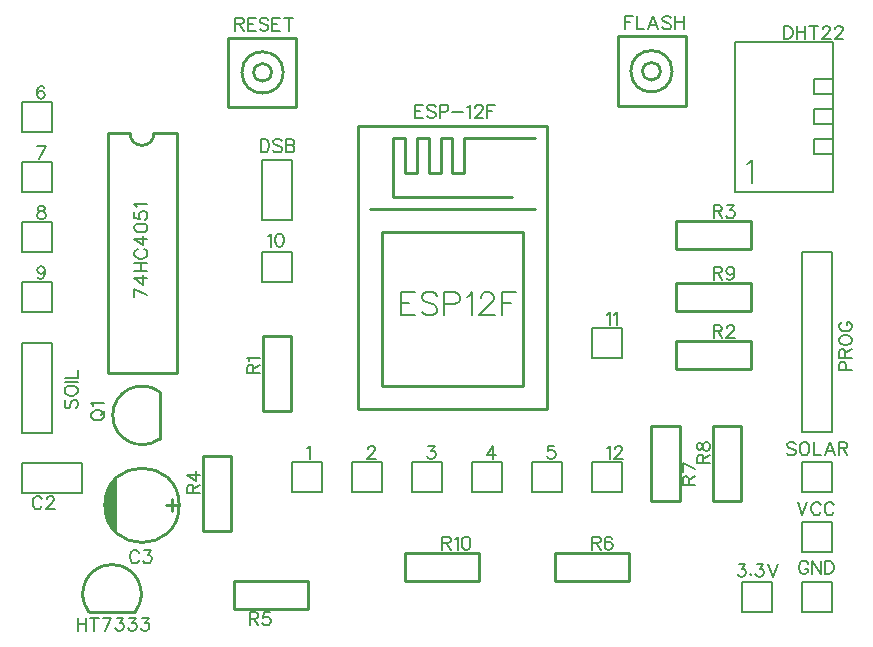
<source format=gto>
G04 Layer: TopSilkLayer*
G04 EasyEDA v6.2.46, 2019-12-13T21:01:04+01:00*
G04 3005faa94037452eb19f5b3c810bd7e0,39ff71f2194a49368f8d12cd3c9184f8,10*
G04 Gerber Generator version 0.2*
G04 Scale: 100 percent, Rotated: No, Reflected: No *
G04 Dimensions in inches *
G04 leading zeros omitted , absolute positions ,2 integer and 4 decimal *
%FSLAX24Y24*%
%MOIN*%
G90*
G70D02*

%ADD10C,0.010000*%
%ADD28C,0.008000*%
%ADD29C,0.007992*%
%ADD30C,0.007900*%
%ADD31C,0.006000*%

%LPD*%
G54D28*
G01X11000Y5000D02*
G01X10000Y5000D01*
G01X10000Y6000D01*
G01X11000Y6000D01*
G01X11000Y5250D01*
G54D29*
G01X11000Y5000D02*
G01X11000Y5250D01*
G54D28*
G01X13000Y5000D02*
G01X12000Y5000D01*
G01X12000Y6000D01*
G01X13000Y6000D01*
G01X13000Y5250D01*
G54D29*
G01X13000Y5000D02*
G01X13000Y5250D01*
G54D28*
G01X15000Y5000D02*
G01X14000Y5000D01*
G01X14000Y6000D01*
G01X15000Y6000D01*
G01X15000Y5250D01*
G54D29*
G01X15000Y5000D02*
G01X15000Y5250D01*
G54D28*
G01X17000Y5000D02*
G01X16000Y5000D01*
G01X16000Y6000D01*
G01X17000Y6000D01*
G01X17000Y5250D01*
G54D29*
G01X17000Y5000D02*
G01X17000Y5250D01*
G54D28*
G01X19000Y5000D02*
G01X18000Y5000D01*
G01X18000Y6000D01*
G01X19000Y6000D01*
G01X19000Y5250D01*
G54D29*
G01X19000Y5000D02*
G01X19000Y5250D01*
G54D28*
G01X2000Y17000D02*
G01X1000Y17000D01*
G01X1000Y18000D01*
G01X2000Y18000D01*
G01X2000Y17250D01*
G54D29*
G01X2000Y17000D02*
G01X2000Y17250D01*
G54D28*
G01X2000Y15000D02*
G01X1000Y15000D01*
G01X1000Y16000D01*
G01X2000Y16000D01*
G01X2000Y15250D01*
G54D29*
G01X2000Y15000D02*
G01X2000Y15250D01*
G54D28*
G01X2000Y13000D02*
G01X1000Y13000D01*
G01X1000Y14000D01*
G01X2000Y14000D01*
G01X2000Y13250D01*
G54D29*
G01X2000Y13000D02*
G01X2000Y13250D01*
G54D28*
G01X2000Y11000D02*
G01X1000Y11000D01*
G01X1000Y12000D01*
G01X2000Y12000D01*
G01X2000Y11250D01*
G54D29*
G01X2000Y11000D02*
G01X2000Y11250D01*
G54D28*
G01X10000Y12000D02*
G01X9000Y12000D01*
G01X9000Y13000D01*
G01X10000Y13000D01*
G01X10000Y12250D01*
G54D29*
G01X10000Y12000D02*
G01X10000Y12250D01*
G54D28*
G01X21000Y9450D02*
G01X20000Y9450D01*
G01X20000Y10450D01*
G01X21000Y10450D01*
G01X21000Y9700D01*
G54D29*
G01X21000Y9450D02*
G01X21000Y9700D01*
G54D28*
G01X21000Y5000D02*
G01X20000Y5000D01*
G01X20000Y6000D01*
G01X21000Y6000D01*
G01X21000Y5250D01*
G54D29*
G01X21000Y5000D02*
G01X21000Y5250D01*
G54D28*
G01X2000Y9200D02*
G01X2000Y9950D01*
G01X1000Y9950D01*
G01X1000Y6950D01*
G01X2000Y6950D01*
G54D29*
G01X2000Y6950D02*
G01X2000Y9200D01*
G54D10*
G01X6200Y4550D02*
G01X5800Y4550D01*
G01X6000Y4350D02*
G01X6000Y4750D01*
G01X22810Y9080D02*
G01X22810Y10019D01*
G01X22810Y10019D02*
G01X25289Y10019D01*
G01X25289Y10019D02*
G01X25289Y9080D01*
G01X25289Y9080D02*
G01X22810Y9080D01*
G01X7969Y3709D02*
G01X7030Y3709D01*
G01X7030Y3709D02*
G01X7030Y6190D01*
G01X7030Y6190D02*
G01X7969Y6190D01*
G01X7969Y6190D02*
G01X7969Y3709D01*
G01X10539Y2019D02*
G01X10539Y1080D01*
G01X10539Y1080D02*
G01X8060Y1080D01*
G01X8060Y1080D02*
G01X8060Y2019D01*
G01X8060Y2019D02*
G01X10539Y2019D01*
G01X21980Y7190D02*
G01X22919Y7190D01*
G01X22919Y7190D02*
G01X22919Y4709D01*
G01X22919Y4709D02*
G01X21980Y4709D01*
G01X21980Y4709D02*
G01X21980Y7190D01*
G01X24969Y4709D02*
G01X24030Y4709D01*
G01X24030Y4709D02*
G01X24030Y7190D01*
G01X24030Y7190D02*
G01X24969Y7190D01*
G01X24969Y7190D02*
G01X24969Y4709D01*
G01X9969Y7709D02*
G01X9030Y7709D01*
G01X9030Y7709D02*
G01X9030Y10190D01*
G01X9030Y10190D02*
G01X9969Y10190D01*
G01X9969Y10190D02*
G01X9969Y7709D01*
G01X13760Y2030D02*
G01X13760Y2969D01*
G01X13760Y2969D02*
G01X16239Y2969D01*
G01X16239Y2969D02*
G01X16239Y2030D01*
G01X16239Y2030D02*
G01X13760Y2030D01*
G01X22810Y11030D02*
G01X22810Y11969D01*
G01X22810Y11969D02*
G01X25289Y11969D01*
G01X25289Y11969D02*
G01X25289Y11030D01*
G01X25289Y11030D02*
G01X22810Y11030D01*
G54D28*
G01X28000Y5000D02*
G01X27000Y5000D01*
G01X27000Y6000D01*
G01X28000Y6000D01*
G01X28000Y5250D01*
G54D29*
G01X28000Y5000D02*
G01X28000Y5250D01*
G54D28*
G01X28000Y3000D02*
G01X27000Y3000D01*
G01X27000Y4000D01*
G01X28000Y4000D01*
G01X28000Y3250D01*
G54D29*
G01X28000Y3000D02*
G01X28000Y3250D01*
G54D28*
G01X28000Y1000D02*
G01X27000Y1000D01*
G01X27000Y2000D01*
G01X28000Y2000D01*
G01X28000Y1250D01*
G54D29*
G01X28000Y1000D02*
G01X28000Y1250D01*
G54D10*
G01X20857Y20181D02*
G01X20857Y17859D01*
G01X23140Y17859D01*
G01X23140Y20181D01*
G01X20857Y20181D01*
G01X10142Y17818D02*
G01X10142Y20140D01*
G01X7859Y20140D01*
G01X7859Y17818D01*
G01X10142Y17818D01*
G01X12200Y17197D02*
G01X18499Y17197D01*
G01X18499Y7748D01*
G01X12200Y7748D01*
G01X12200Y17197D01*
G01X12987Y13654D02*
G01X12987Y8536D01*
G01X17711Y8536D01*
G01X17711Y13654D01*
G01X12987Y13654D01*
G01X17317Y14835D02*
G01X13380Y14835D01*
G01X13380Y16804D01*
G01X13774Y16804D01*
G01X13774Y15623D01*
G01X14168Y15623D01*
G01X14168Y16804D01*
G01X14561Y16804D01*
G01X14561Y15623D01*
G01X14955Y15623D01*
G01X14955Y16804D01*
G01X15349Y16804D01*
G01X15349Y15623D01*
G01X15743Y15623D01*
G01X15743Y16804D01*
G01X18105Y16804D01*
G01X12593Y14442D02*
G01X18105Y14442D01*
G01X18498Y17197D02*
G01X12199Y17197D01*
G01X12199Y7749D01*
G01X18498Y7749D02*
G01X18498Y17197D01*
G01X12199Y7749D02*
G01X18498Y7749D01*
G54D28*
G01X9000Y16050D02*
G01X10000Y16050D01*
G01X10000Y14050D01*
G01X9000Y14050D01*
G01X9000Y14800D01*
G54D29*
G01X9000Y16050D02*
G01X9000Y14800D01*
G54D10*
G01X4779Y1009D02*
G01X3220Y1009D01*
G54D28*
G01X28025Y20000D02*
G01X24775Y20000D01*
G01X24775Y15000D01*
G01X28025Y15000D01*
G01X28025Y15000D02*
G01X28025Y19967D01*
G01X28025Y16750D02*
G01X27397Y16750D01*
G01X27397Y16250D01*
G01X28025Y16250D01*
G01X28025Y17750D02*
G01X27397Y17750D01*
G01X27397Y17250D01*
G01X28025Y17250D01*
G01X28025Y18750D02*
G01X27397Y18750D01*
G01X27397Y18250D01*
G01X28025Y18250D01*
G54D10*
G01X6150Y8950D02*
G01X6150Y16950D01*
G01X3850Y16950D02*
G01X3850Y8950D01*
G01X6150Y8950D02*
G01X3850Y8950D01*
G01X6150Y16950D02*
G01X5400Y16950D01*
G01X3850Y16950D02*
G01X4600Y16950D01*
G54D28*
G01X28000Y12250D02*
G01X28000Y13000D01*
G01X27000Y13000D01*
G01X27000Y7000D01*
G01X28000Y7000D01*
G54D29*
G01X28000Y7000D02*
G01X28000Y12250D01*
G54D30*
G01X1001Y4951D02*
G01X3001Y4951D01*
G01X3001Y5951D01*
G01X1001Y5951D01*
G01X1001Y4951D01*
G54D10*
G01X5590Y8329D02*
G01X5590Y6770D01*
G54D28*
G01X26000Y1000D02*
G01X25000Y1000D01*
G01X25000Y2000D01*
G01X26000Y2000D01*
G01X26000Y1250D01*
G54D29*
G01X26000Y1000D02*
G01X26000Y1250D01*
G54D10*
G01X18760Y2030D02*
G01X18760Y2969D01*
G01X18760Y2969D02*
G01X21239Y2969D01*
G01X21239Y2969D02*
G01X21239Y2030D01*
G01X21239Y2030D02*
G01X18760Y2030D01*
G01X22810Y13080D02*
G01X22810Y14019D01*
G01X22810Y14019D02*
G01X25289Y14019D01*
G01X25289Y14019D02*
G01X25289Y13080D01*
G01X25289Y13080D02*
G01X22810Y13080D01*
G54D31*
G01X10500Y6448D02*
G01X10540Y6467D01*
G01X10602Y6528D01*
G01X10602Y6100D01*
G01X12519Y6426D02*
G01X12519Y6448D01*
G01X12540Y6488D01*
G01X12560Y6509D01*
G01X12602Y6528D01*
G01X12684Y6528D01*
G01X12725Y6509D01*
G01X12744Y6488D01*
G01X12765Y6448D01*
G01X12765Y6407D01*
G01X12744Y6365D01*
G01X12705Y6303D01*
G01X12500Y6100D01*
G01X12785Y6100D01*
G01X14540Y6528D02*
G01X14765Y6528D01*
G01X14643Y6365D01*
G01X14705Y6365D01*
G01X14744Y6344D01*
G01X14765Y6325D01*
G01X14785Y6263D01*
G01X14785Y6223D01*
G01X14765Y6161D01*
G01X14725Y6119D01*
G01X14664Y6100D01*
G01X14602Y6100D01*
G01X14540Y6119D01*
G01X14519Y6140D01*
G01X14500Y6182D01*
G01X16705Y6528D02*
G01X16500Y6242D01*
G01X16806Y6242D01*
G01X16705Y6528D02*
G01X16705Y6100D01*
G01X18744Y6528D02*
G01X18540Y6528D01*
G01X18519Y6344D01*
G01X18540Y6365D01*
G01X18602Y6386D01*
G01X18664Y6386D01*
G01X18725Y6365D01*
G01X18765Y6325D01*
G01X18785Y6263D01*
G01X18785Y6223D01*
G01X18765Y6161D01*
G01X18725Y6119D01*
G01X18664Y6100D01*
G01X18602Y6100D01*
G01X18540Y6119D01*
G01X18519Y6140D01*
G01X18500Y6182D01*
G01X1744Y18467D02*
G01X1725Y18509D01*
G01X1663Y18528D01*
G01X1623Y18528D01*
G01X1561Y18509D01*
G01X1519Y18448D01*
G01X1500Y18344D01*
G01X1500Y18242D01*
G01X1519Y18161D01*
G01X1561Y18119D01*
G01X1623Y18100D01*
G01X1642Y18100D01*
G01X1705Y18119D01*
G01X1744Y18161D01*
G01X1765Y18223D01*
G01X1765Y18242D01*
G01X1744Y18303D01*
G01X1705Y18344D01*
G01X1642Y18365D01*
G01X1623Y18365D01*
G01X1561Y18344D01*
G01X1519Y18303D01*
G01X1500Y18242D01*
G01X1786Y16528D02*
G01X1582Y16100D01*
G01X1500Y16528D02*
G01X1786Y16528D01*
G01X1601Y14528D02*
G01X1540Y14509D01*
G01X1519Y14467D01*
G01X1519Y14426D01*
G01X1540Y14386D01*
G01X1582Y14365D01*
G01X1663Y14344D01*
G01X1725Y14325D01*
G01X1765Y14284D01*
G01X1786Y14242D01*
G01X1786Y14182D01*
G01X1765Y14140D01*
G01X1744Y14119D01*
G01X1684Y14100D01*
G01X1601Y14100D01*
G01X1540Y14119D01*
G01X1519Y14140D01*
G01X1500Y14182D01*
G01X1500Y14242D01*
G01X1519Y14284D01*
G01X1561Y14325D01*
G01X1623Y14344D01*
G01X1705Y14365D01*
G01X1744Y14386D01*
G01X1765Y14426D01*
G01X1765Y14467D01*
G01X1744Y14509D01*
G01X1684Y14528D01*
G01X1601Y14528D01*
G01X1765Y12386D02*
G01X1744Y12325D01*
G01X1705Y12284D01*
G01X1642Y12263D01*
G01X1623Y12263D01*
G01X1561Y12284D01*
G01X1519Y12325D01*
G01X1500Y12386D01*
G01X1500Y12407D01*
G01X1519Y12467D01*
G01X1561Y12509D01*
G01X1623Y12528D01*
G01X1642Y12528D01*
G01X1705Y12509D01*
G01X1744Y12467D01*
G01X1765Y12386D01*
G01X1765Y12284D01*
G01X1744Y12182D01*
G01X1705Y12119D01*
G01X1642Y12100D01*
G01X1601Y12100D01*
G01X1540Y12119D01*
G01X1519Y12161D01*
G01X9200Y13519D02*
G01X9240Y13538D01*
G01X9302Y13600D01*
G01X9302Y13171D01*
G01X9560Y13600D02*
G01X9498Y13580D01*
G01X9457Y13519D01*
G01X9436Y13415D01*
G01X9436Y13355D01*
G01X9457Y13253D01*
G01X9498Y13190D01*
G01X9560Y13171D01*
G01X9601Y13171D01*
G01X9661Y13190D01*
G01X9702Y13253D01*
G01X9723Y13355D01*
G01X9723Y13415D01*
G01X9702Y13519D01*
G01X9661Y13580D01*
G01X9601Y13600D01*
G01X9560Y13600D01*
G01X20500Y10898D02*
G01X20540Y10917D01*
G01X20602Y10978D01*
G01X20602Y10550D01*
G01X20736Y10898D02*
G01X20777Y10917D01*
G01X20839Y10978D01*
G01X20839Y10550D01*
G01X20500Y6448D02*
G01X20540Y6467D01*
G01X20602Y6528D01*
G01X20602Y6100D01*
G01X20757Y6426D02*
G01X20757Y6448D01*
G01X20777Y6488D01*
G01X20798Y6509D01*
G01X20839Y6528D01*
G01X20921Y6528D01*
G01X20961Y6509D01*
G01X20982Y6488D01*
G01X21002Y6448D01*
G01X21002Y6407D01*
G01X20982Y6365D01*
G01X20942Y6303D01*
G01X20736Y6100D01*
G01X21023Y6100D01*
G01X2482Y8072D02*
G01X2440Y8031D01*
G01X2421Y7970D01*
G01X2421Y7888D01*
G01X2440Y7827D01*
G01X2482Y7786D01*
G01X2523Y7786D01*
G01X2563Y7806D01*
G01X2584Y7827D01*
G01X2605Y7868D01*
G01X2646Y7991D01*
G01X2665Y8031D01*
G01X2686Y8052D01*
G01X2726Y8072D01*
G01X2788Y8072D01*
G01X2830Y8031D01*
G01X2850Y7970D01*
G01X2850Y7888D01*
G01X2830Y7827D01*
G01X2788Y7786D01*
G01X2421Y8330D02*
G01X2440Y8289D01*
G01X2482Y8248D01*
G01X2523Y8228D01*
G01X2584Y8207D01*
G01X2686Y8207D01*
G01X2748Y8228D01*
G01X2788Y8248D01*
G01X2830Y8289D01*
G01X2850Y8330D01*
G01X2850Y8412D01*
G01X2830Y8453D01*
G01X2788Y8494D01*
G01X2748Y8514D01*
G01X2686Y8535D01*
G01X2584Y8535D01*
G01X2523Y8514D01*
G01X2482Y8494D01*
G01X2440Y8453D01*
G01X2421Y8412D01*
G01X2421Y8330D01*
G01X2421Y8670D02*
G01X2850Y8670D01*
G01X2421Y8805D02*
G01X2850Y8805D01*
G01X2850Y8805D02*
G01X2850Y9050D01*
G01X4906Y2948D02*
G01X4885Y2989D01*
G01X4844Y3030D01*
G01X4805Y3050D01*
G01X4722Y3050D01*
G01X4681Y3030D01*
G01X4640Y2989D01*
G01X4619Y2948D01*
G01X4600Y2887D01*
G01X4600Y2785D01*
G01X4619Y2723D01*
G01X4640Y2682D01*
G01X4681Y2641D01*
G01X4722Y2621D01*
G01X4805Y2621D01*
G01X4844Y2641D01*
G01X4885Y2682D01*
G01X4906Y2723D01*
G01X5082Y3050D02*
G01X5307Y3050D01*
G01X5185Y2887D01*
G01X5246Y2887D01*
G01X5286Y2866D01*
G01X5307Y2846D01*
G01X5327Y2785D01*
G01X5327Y2744D01*
G01X5307Y2682D01*
G01X5267Y2641D01*
G01X5205Y2621D01*
G01X5143Y2621D01*
G01X5082Y2641D01*
G01X5061Y2662D01*
G01X5042Y2703D01*
G01X24050Y10548D02*
G01X24050Y10119D01*
G01X24050Y10548D02*
G01X24234Y10548D01*
G01X24294Y10528D01*
G01X24315Y10509D01*
G01X24335Y10467D01*
G01X24335Y10426D01*
G01X24315Y10386D01*
G01X24294Y10365D01*
G01X24234Y10344D01*
G01X24050Y10344D01*
G01X24193Y10344D02*
G01X24335Y10119D01*
G01X24492Y10446D02*
G01X24492Y10467D01*
G01X24511Y10509D01*
G01X24532Y10528D01*
G01X24573Y10548D01*
G01X24655Y10548D01*
G01X24696Y10528D01*
G01X24717Y10509D01*
G01X24736Y10467D01*
G01X24736Y10426D01*
G01X24717Y10386D01*
G01X24676Y10323D01*
G01X24471Y10119D01*
G01X24757Y10119D01*
G01X6501Y4950D02*
G01X6930Y4950D01*
G01X6501Y4950D02*
G01X6501Y5134D01*
G01X6521Y5194D01*
G01X6540Y5215D01*
G01X6581Y5236D01*
G01X6622Y5236D01*
G01X6664Y5215D01*
G01X6685Y5194D01*
G01X6705Y5134D01*
G01X6705Y4950D01*
G01X6705Y5092D02*
G01X6930Y5236D01*
G01X6501Y5576D02*
G01X6786Y5371D01*
G01X6786Y5678D01*
G01X6501Y5576D02*
G01X6930Y5576D01*
G01X8591Y980D02*
G01X8591Y551D01*
G01X8591Y980D02*
G01X8775Y980D01*
G01X8836Y960D01*
G01X8857Y940D01*
G01X8877Y899D01*
G01X8877Y858D01*
G01X8857Y817D01*
G01X8836Y796D01*
G01X8775Y776D01*
G01X8591Y776D01*
G01X8734Y776D02*
G01X8877Y551D01*
G01X9258Y980D02*
G01X9053Y980D01*
G01X9033Y796D01*
G01X9053Y817D01*
G01X9115Y837D01*
G01X9176Y837D01*
G01X9237Y817D01*
G01X9278Y776D01*
G01X9299Y715D01*
G01X9299Y674D01*
G01X9278Y612D01*
G01X9237Y571D01*
G01X9176Y551D01*
G01X9115Y551D01*
G01X9053Y571D01*
G01X9033Y592D01*
G01X9012Y633D01*
G01X23019Y5241D02*
G01X23448Y5241D01*
G01X23019Y5241D02*
G01X23019Y5425D01*
G01X23039Y5486D01*
G01X23059Y5507D01*
G01X23100Y5527D01*
G01X23141Y5527D01*
G01X23182Y5507D01*
G01X23203Y5486D01*
G01X23223Y5425D01*
G01X23223Y5241D01*
G01X23223Y5384D02*
G01X23448Y5527D01*
G01X23019Y5949D02*
G01X23448Y5744D01*
G01X23019Y5662D02*
G01X23019Y5949D01*
G01X23501Y5950D02*
G01X23930Y5950D01*
G01X23501Y5950D02*
G01X23501Y6134D01*
G01X23521Y6194D01*
G01X23540Y6215D01*
G01X23581Y6236D01*
G01X23622Y6236D01*
G01X23664Y6215D01*
G01X23685Y6194D01*
G01X23705Y6134D01*
G01X23705Y5950D01*
G01X23705Y6092D02*
G01X23930Y6236D01*
G01X23501Y6473D02*
G01X23521Y6411D01*
G01X23561Y6392D01*
G01X23602Y6392D01*
G01X23643Y6411D01*
G01X23664Y6453D01*
G01X23685Y6534D01*
G01X23705Y6596D01*
G01X23746Y6636D01*
G01X23786Y6657D01*
G01X23847Y6657D01*
G01X23889Y6636D01*
G01X23910Y6617D01*
G01X23930Y6555D01*
G01X23930Y6473D01*
G01X23910Y6411D01*
G01X23889Y6392D01*
G01X23847Y6371D01*
G01X23786Y6371D01*
G01X23746Y6392D01*
G01X23705Y6432D01*
G01X23685Y6494D01*
G01X23664Y6576D01*
G01X23643Y6617D01*
G01X23602Y6636D01*
G01X23561Y6636D01*
G01X23521Y6617D01*
G01X23501Y6555D01*
G01X23501Y6473D01*
G01X8501Y8950D02*
G01X8930Y8950D01*
G01X8501Y8950D02*
G01X8501Y9134D01*
G01X8521Y9194D01*
G01X8540Y9215D01*
G01X8581Y9236D01*
G01X8622Y9236D01*
G01X8664Y9215D01*
G01X8685Y9194D01*
G01X8705Y9134D01*
G01X8705Y8950D01*
G01X8705Y9092D02*
G01X8930Y9236D01*
G01X8581Y9371D02*
G01X8561Y9411D01*
G01X8501Y9473D01*
G01X8930Y9473D01*
G01X15000Y3498D02*
G01X15000Y3069D01*
G01X15000Y3498D02*
G01X15184Y3498D01*
G01X15244Y3478D01*
G01X15265Y3459D01*
G01X15285Y3417D01*
G01X15285Y3376D01*
G01X15265Y3336D01*
G01X15244Y3315D01*
G01X15184Y3294D01*
G01X15000Y3294D01*
G01X15143Y3294D02*
G01X15285Y3069D01*
G01X15421Y3417D02*
G01X15461Y3438D01*
G01X15523Y3498D01*
G01X15523Y3069D01*
G01X15781Y3498D02*
G01X15719Y3478D01*
G01X15678Y3417D01*
G01X15659Y3315D01*
G01X15659Y3253D01*
G01X15678Y3151D01*
G01X15719Y3090D01*
G01X15781Y3069D01*
G01X15822Y3069D01*
G01X15884Y3090D01*
G01X15925Y3151D01*
G01X15944Y3253D01*
G01X15944Y3315D01*
G01X15925Y3417D01*
G01X15884Y3478D01*
G01X15822Y3498D01*
G01X15781Y3498D01*
G01X24050Y12498D02*
G01X24050Y12069D01*
G01X24050Y12498D02*
G01X24234Y12498D01*
G01X24294Y12478D01*
G01X24315Y12459D01*
G01X24335Y12417D01*
G01X24335Y12376D01*
G01X24315Y12336D01*
G01X24294Y12315D01*
G01X24234Y12294D01*
G01X24050Y12294D01*
G01X24193Y12294D02*
G01X24335Y12069D01*
G01X24736Y12355D02*
G01X24717Y12294D01*
G01X24676Y12253D01*
G01X24614Y12234D01*
G01X24593Y12234D01*
G01X24532Y12253D01*
G01X24492Y12294D01*
G01X24471Y12355D01*
G01X24471Y12376D01*
G01X24492Y12438D01*
G01X24532Y12478D01*
G01X24593Y12498D01*
G01X24614Y12498D01*
G01X24676Y12478D01*
G01X24717Y12438D01*
G01X24736Y12355D01*
G01X24736Y12253D01*
G01X24717Y12151D01*
G01X24676Y12090D01*
G01X24614Y12069D01*
G01X24573Y12069D01*
G01X24511Y12090D01*
G01X24492Y12130D01*
G01X26785Y6588D02*
G01X26744Y6630D01*
G01X26684Y6650D01*
G01X26602Y6650D01*
G01X26540Y6630D01*
G01X26500Y6588D01*
G01X26500Y6548D01*
G01X26519Y6507D01*
G01X26540Y6486D01*
G01X26581Y6465D01*
G01X26705Y6425D01*
G01X26744Y6405D01*
G01X26765Y6384D01*
G01X26785Y6344D01*
G01X26785Y6282D01*
G01X26744Y6240D01*
G01X26684Y6221D01*
G01X26602Y6221D01*
G01X26540Y6240D01*
G01X26500Y6282D01*
G01X27043Y6650D02*
G01X27002Y6630D01*
G01X26961Y6588D01*
G01X26942Y6548D01*
G01X26921Y6486D01*
G01X26921Y6384D01*
G01X26942Y6323D01*
G01X26961Y6282D01*
G01X27002Y6240D01*
G01X27043Y6221D01*
G01X27126Y6221D01*
G01X27167Y6240D01*
G01X27207Y6282D01*
G01X27227Y6323D01*
G01X27248Y6384D01*
G01X27248Y6486D01*
G01X27227Y6548D01*
G01X27207Y6588D01*
G01X27167Y6630D01*
G01X27126Y6650D01*
G01X27043Y6650D01*
G01X27384Y6650D02*
G01X27384Y6221D01*
G01X27384Y6221D02*
G01X27628Y6221D01*
G01X27927Y6650D02*
G01X27764Y6221D01*
G01X27927Y6650D02*
G01X28090Y6221D01*
G01X27825Y6363D02*
G01X28030Y6363D01*
G01X28226Y6650D02*
G01X28226Y6221D01*
G01X28226Y6650D02*
G01X28410Y6650D01*
G01X28472Y6630D01*
G01X28492Y6609D01*
G01X28513Y6569D01*
G01X28513Y6528D01*
G01X28492Y6486D01*
G01X28472Y6465D01*
G01X28410Y6446D01*
G01X28226Y6446D01*
G01X28369Y6446D02*
G01X28513Y6221D01*
G01X26850Y4650D02*
G01X27014Y4221D01*
G01X27177Y4650D02*
G01X27014Y4221D01*
G01X27618Y4548D02*
G01X27598Y4588D01*
G01X27557Y4630D01*
G01X27517Y4650D01*
G01X27435Y4650D01*
G01X27393Y4630D01*
G01X27352Y4588D01*
G01X27332Y4548D01*
G01X27311Y4486D01*
G01X27311Y4384D01*
G01X27332Y4323D01*
G01X27352Y4282D01*
G01X27393Y4240D01*
G01X27435Y4221D01*
G01X27517Y4221D01*
G01X27557Y4240D01*
G01X27598Y4282D01*
G01X27618Y4323D01*
G01X28060Y4548D02*
G01X28039Y4588D01*
G01X28000Y4630D01*
G01X27959Y4650D01*
G01X27877Y4650D01*
G01X27835Y4630D01*
G01X27794Y4588D01*
G01X27775Y4548D01*
G01X27753Y4486D01*
G01X27753Y4384D01*
G01X27775Y4323D01*
G01X27794Y4282D01*
G01X27835Y4240D01*
G01X27877Y4221D01*
G01X27959Y4221D01*
G01X28000Y4240D01*
G01X28039Y4282D01*
G01X28060Y4323D01*
G01X27206Y2598D02*
G01X27185Y2638D01*
G01X27144Y2680D01*
G01X27105Y2700D01*
G01X27022Y2700D01*
G01X26981Y2680D01*
G01X26940Y2638D01*
G01X26919Y2598D01*
G01X26900Y2536D01*
G01X26900Y2434D01*
G01X26919Y2373D01*
G01X26940Y2332D01*
G01X26981Y2290D01*
G01X27022Y2271D01*
G01X27105Y2271D01*
G01X27144Y2290D01*
G01X27185Y2332D01*
G01X27206Y2373D01*
G01X27206Y2434D01*
G01X27105Y2434D02*
G01X27206Y2434D01*
G01X27342Y2700D02*
G01X27342Y2271D01*
G01X27342Y2700D02*
G01X27627Y2271D01*
G01X27627Y2700D02*
G01X27627Y2271D01*
G01X27763Y2700D02*
G01X27763Y2271D01*
G01X27763Y2700D02*
G01X27906Y2700D01*
G01X27968Y2680D01*
G01X28009Y2638D01*
G01X28028Y2598D01*
G01X28050Y2536D01*
G01X28050Y2434D01*
G01X28028Y2373D01*
G01X28009Y2332D01*
G01X27968Y2290D01*
G01X27906Y2271D01*
G01X27763Y2271D01*
G01X21100Y20850D02*
G01X21100Y20419D01*
G01X21100Y20850D02*
G01X21365Y20850D01*
G01X21100Y20644D02*
G01X21264Y20644D01*
G01X21501Y20850D02*
G01X21501Y20419D01*
G01X21501Y20419D02*
G01X21746Y20419D01*
G01X22044Y20850D02*
G01X21881Y20419D01*
G01X22044Y20850D02*
G01X22209Y20419D01*
G01X21943Y20563D02*
G01X22147Y20563D01*
G01X22630Y20788D02*
G01X22589Y20830D01*
G01X22527Y20850D01*
G01X22446Y20850D01*
G01X22385Y20830D01*
G01X22343Y20788D01*
G01X22343Y20748D01*
G01X22364Y20707D01*
G01X22385Y20686D01*
G01X22425Y20665D01*
G01X22547Y20625D01*
G01X22589Y20605D01*
G01X22610Y20584D01*
G01X22630Y20542D01*
G01X22630Y20482D01*
G01X22589Y20440D01*
G01X22527Y20419D01*
G01X22446Y20419D01*
G01X22385Y20440D01*
G01X22343Y20482D01*
G01X22764Y20850D02*
G01X22764Y20419D01*
G01X23051Y20850D02*
G01X23051Y20419D01*
G01X22764Y20644D02*
G01X23051Y20644D01*
G01X8100Y20800D02*
G01X8100Y20369D01*
G01X8100Y20800D02*
G01X8284Y20800D01*
G01X8344Y20780D01*
G01X8365Y20759D01*
G01X8385Y20717D01*
G01X8385Y20677D01*
G01X8365Y20636D01*
G01X8344Y20615D01*
G01X8284Y20594D01*
G01X8100Y20594D01*
G01X8243Y20594D02*
G01X8385Y20369D01*
G01X8521Y20800D02*
G01X8521Y20369D01*
G01X8521Y20800D02*
G01X8786Y20800D01*
G01X8521Y20594D02*
G01X8685Y20594D01*
G01X8521Y20369D02*
G01X8786Y20369D01*
G01X9209Y20738D02*
G01X9168Y20780D01*
G01X9106Y20800D01*
G01X9025Y20800D01*
G01X8963Y20780D01*
G01X8922Y20738D01*
G01X8922Y20698D01*
G01X8943Y20657D01*
G01X8963Y20636D01*
G01X9003Y20615D01*
G01X9127Y20575D01*
G01X9168Y20555D01*
G01X9188Y20534D01*
G01X9209Y20492D01*
G01X9209Y20432D01*
G01X9168Y20390D01*
G01X9106Y20369D01*
G01X9025Y20369D01*
G01X8963Y20390D01*
G01X8922Y20432D01*
G01X9343Y20800D02*
G01X9343Y20369D01*
G01X9343Y20800D02*
G01X9610Y20800D01*
G01X9343Y20594D02*
G01X9506Y20594D01*
G01X9343Y20369D02*
G01X9610Y20369D01*
G01X9888Y20800D02*
G01X9888Y20369D01*
G01X9744Y20800D02*
G01X10031Y20800D01*
G01X14100Y17900D02*
G01X14100Y17470D01*
G01X14100Y17900D02*
G01X14365Y17900D01*
G01X14100Y17695D02*
G01X14264Y17695D01*
G01X14100Y17470D02*
G01X14365Y17470D01*
G01X14786Y17839D02*
G01X14746Y17880D01*
G01X14685Y17900D01*
G01X14602Y17900D01*
G01X14542Y17880D01*
G01X14501Y17839D01*
G01X14501Y17798D01*
G01X14521Y17757D01*
G01X14542Y17736D01*
G01X14582Y17716D01*
G01X14705Y17675D01*
G01X14746Y17655D01*
G01X14767Y17634D01*
G01X14786Y17593D01*
G01X14786Y17532D01*
G01X14746Y17491D01*
G01X14685Y17470D01*
G01X14602Y17470D01*
G01X14542Y17491D01*
G01X14501Y17532D01*
G01X14922Y17900D02*
G01X14922Y17470D01*
G01X14922Y17900D02*
G01X15106Y17900D01*
G01X15168Y17880D01*
G01X15188Y17859D01*
G01X15209Y17818D01*
G01X15209Y17757D01*
G01X15188Y17716D01*
G01X15168Y17695D01*
G01X15106Y17675D01*
G01X14922Y17675D01*
G01X15343Y17655D02*
G01X15711Y17655D01*
G01X15847Y17818D02*
G01X15888Y17839D01*
G01X15948Y17900D01*
G01X15948Y17470D01*
G01X16105Y17798D02*
G01X16105Y17818D01*
G01X16125Y17859D01*
G01X16144Y17880D01*
G01X16185Y17900D01*
G01X16268Y17900D01*
G01X16309Y17880D01*
G01X16330Y17859D01*
G01X16350Y17818D01*
G01X16350Y17777D01*
G01X16330Y17736D01*
G01X16289Y17675D01*
G01X16084Y17470D01*
G01X16369Y17470D01*
G01X16505Y17900D02*
G01X16505Y17470D01*
G01X16505Y17900D02*
G01X16771Y17900D01*
G01X16505Y17695D02*
G01X16668Y17695D01*
G54D28*
G01X13617Y11649D02*
G01X13617Y10886D01*
G01X13617Y11649D02*
G01X14089Y11649D01*
G01X13617Y11286D02*
G01X13907Y11286D01*
G01X13617Y10886D02*
G01X14089Y10886D01*
G01X14838Y11540D02*
G01X14766Y11613D01*
G01X14657Y11649D01*
G01X14511Y11649D01*
G01X14402Y11613D01*
G01X14329Y11540D01*
G01X14329Y11468D01*
G01X14366Y11395D01*
G01X14402Y11359D01*
G01X14475Y11322D01*
G01X14693Y11249D01*
G01X14766Y11213D01*
G01X14802Y11177D01*
G01X14838Y11104D01*
G01X14838Y10995D01*
G01X14766Y10922D01*
G01X14657Y10886D01*
G01X14511Y10886D01*
G01X14402Y10922D01*
G01X14329Y10995D01*
G01X15078Y11649D02*
G01X15078Y10886D01*
G01X15078Y11649D02*
G01X15406Y11649D01*
G01X15515Y11613D01*
G01X15551Y11577D01*
G01X15587Y11504D01*
G01X15587Y11395D01*
G01X15551Y11322D01*
G01X15515Y11286D01*
G01X15406Y11249D01*
G01X15078Y11249D01*
G01X15827Y11504D02*
G01X15900Y11540D01*
G01X16009Y11649D01*
G01X16009Y10886D01*
G01X16286Y11468D02*
G01X16286Y11504D01*
G01X16322Y11577D01*
G01X16358Y11613D01*
G01X16431Y11649D01*
G01X16577Y11649D01*
G01X16649Y11613D01*
G01X16686Y11577D01*
G01X16722Y11504D01*
G01X16722Y11431D01*
G01X16686Y11359D01*
G01X16613Y11249D01*
G01X16249Y10886D01*
G01X16758Y10886D01*
G01X16998Y11649D02*
G01X16998Y10886D01*
G01X16998Y11649D02*
G01X17471Y11649D01*
G01X16998Y11286D02*
G01X17289Y11286D01*
G54D31*
G01X8950Y16750D02*
G01X8950Y16321D01*
G01X8950Y16750D02*
G01X9093Y16750D01*
G01X9155Y16730D01*
G01X9194Y16688D01*
G01X9215Y16648D01*
G01X9235Y16586D01*
G01X9235Y16484D01*
G01X9215Y16423D01*
G01X9194Y16382D01*
G01X9155Y16340D01*
G01X9093Y16321D01*
G01X8950Y16321D01*
G01X9657Y16688D02*
G01X9617Y16730D01*
G01X9555Y16750D01*
G01X9473Y16750D01*
G01X9411Y16730D01*
G01X9371Y16688D01*
G01X9371Y16648D01*
G01X9392Y16607D01*
G01X9411Y16586D01*
G01X9452Y16565D01*
G01X9576Y16525D01*
G01X9617Y16505D01*
G01X9636Y16484D01*
G01X9657Y16444D01*
G01X9657Y16382D01*
G01X9617Y16340D01*
G01X9555Y16321D01*
G01X9473Y16321D01*
G01X9411Y16340D01*
G01X9371Y16382D01*
G01X9793Y16750D02*
G01X9793Y16321D01*
G01X9793Y16750D02*
G01X9977Y16750D01*
G01X10038Y16730D01*
G01X10059Y16709D01*
G01X10078Y16669D01*
G01X10078Y16628D01*
G01X10059Y16586D01*
G01X10038Y16565D01*
G01X9977Y16546D01*
G01X9793Y16546D02*
G01X9977Y16546D01*
G01X10038Y16525D01*
G01X10059Y16505D01*
G01X10078Y16463D01*
G01X10078Y16403D01*
G01X10059Y16361D01*
G01X10038Y16340D01*
G01X9977Y16321D01*
G01X9793Y16321D01*
G01X2850Y800D02*
G01X2850Y371D01*
G01X3136Y800D02*
G01X3136Y371D01*
G01X2850Y596D02*
G01X3136Y596D01*
G01X3415Y800D02*
G01X3415Y371D01*
G01X3271Y800D02*
G01X3557Y800D01*
G01X3978Y800D02*
G01X3775Y371D01*
G01X3692Y800D02*
G01X3978Y800D01*
G01X4155Y800D02*
G01X4380Y800D01*
G01X4257Y637D01*
G01X4319Y637D01*
G01X4359Y616D01*
G01X4380Y596D01*
G01X4400Y535D01*
G01X4400Y494D01*
G01X4380Y432D01*
G01X4338Y391D01*
G01X4278Y371D01*
G01X4215Y371D01*
G01X4155Y391D01*
G01X4134Y412D01*
G01X4113Y453D01*
G01X4576Y800D02*
G01X4801Y800D01*
G01X4678Y637D01*
G01X4739Y637D01*
G01X4781Y616D01*
G01X4801Y596D01*
G01X4822Y535D01*
G01X4822Y494D01*
G01X4801Y432D01*
G01X4760Y391D01*
G01X4698Y371D01*
G01X4638Y371D01*
G01X4576Y391D01*
G01X4555Y412D01*
G01X4534Y453D01*
G01X4997Y800D02*
G01X5222Y800D01*
G01X5100Y637D01*
G01X5160Y637D01*
G01X5202Y616D01*
G01X5222Y596D01*
G01X5243Y535D01*
G01X5243Y494D01*
G01X5222Y432D01*
G01X5181Y391D01*
G01X5119Y371D01*
G01X5059Y371D01*
G01X4997Y391D01*
G01X4977Y412D01*
G01X4956Y453D01*
G01X26400Y20528D02*
G01X26400Y20100D01*
G01X26400Y20528D02*
G01X26543Y20528D01*
G01X26605Y20509D01*
G01X26644Y20467D01*
G01X26665Y20427D01*
G01X26685Y20365D01*
G01X26685Y20263D01*
G01X26665Y20202D01*
G01X26644Y20161D01*
G01X26605Y20119D01*
G01X26543Y20100D01*
G01X26400Y20100D01*
G01X26821Y20528D02*
G01X26821Y20100D01*
G01X27107Y20528D02*
G01X27107Y20100D01*
G01X26821Y20325D02*
G01X27107Y20325D01*
G01X27385Y20528D02*
G01X27385Y20100D01*
G01X27243Y20528D02*
G01X27528Y20528D01*
G01X27685Y20427D02*
G01X27685Y20448D01*
G01X27705Y20488D01*
G01X27725Y20509D01*
G01X27765Y20528D01*
G01X27847Y20528D01*
G01X27889Y20509D01*
G01X27910Y20488D01*
G01X27930Y20448D01*
G01X27930Y20407D01*
G01X27910Y20365D01*
G01X27868Y20303D01*
G01X27664Y20100D01*
G01X27950Y20100D01*
G01X28106Y20427D02*
G01X28106Y20448D01*
G01X28126Y20488D01*
G01X28147Y20509D01*
G01X28188Y20528D01*
G01X28269Y20528D01*
G01X28310Y20509D01*
G01X28331Y20488D01*
G01X28351Y20448D01*
G01X28351Y20407D01*
G01X28331Y20365D01*
G01X28289Y20303D01*
G01X28085Y20100D01*
G01X28372Y20100D01*
G54D28*
G01X25150Y15915D02*
G01X25222Y15951D01*
G01X25331Y16061D01*
G01X25331Y15298D01*
G54D31*
G01X4749Y11773D02*
G01X5179Y11569D01*
G01X4749Y11487D02*
G01X4749Y11773D01*
G01X4749Y12113D02*
G01X5035Y11908D01*
G01X5035Y12215D01*
G01X4749Y12113D02*
G01X5179Y12113D01*
G01X4749Y12350D02*
G01X5179Y12350D01*
G01X4749Y12637D02*
G01X5179Y12637D01*
G01X4954Y12350D02*
G01X4954Y12637D01*
G01X4851Y13078D02*
G01X4810Y13058D01*
G01X4770Y13017D01*
G01X4749Y12976D01*
G01X4749Y12894D01*
G01X4770Y12853D01*
G01X4810Y12812D01*
G01X4851Y12792D01*
G01X4913Y12772D01*
G01X5015Y12772D01*
G01X5076Y12792D01*
G01X5117Y12812D01*
G01X5158Y12853D01*
G01X5179Y12894D01*
G01X5179Y12976D01*
G01X5158Y13017D01*
G01X5117Y13058D01*
G01X5076Y13078D01*
G01X4749Y13418D02*
G01X5035Y13213D01*
G01X5035Y13520D01*
G01X4749Y13418D02*
G01X5179Y13418D01*
G01X4749Y13778D02*
G01X4770Y13717D01*
G01X4831Y13676D01*
G01X4933Y13655D01*
G01X4995Y13655D01*
G01X5097Y13676D01*
G01X5158Y13717D01*
G01X5179Y13778D01*
G01X5179Y13819D01*
G01X5158Y13880D01*
G01X5097Y13921D01*
G01X4995Y13942D01*
G01X4933Y13942D01*
G01X4831Y13921D01*
G01X4770Y13880D01*
G01X4749Y13819D01*
G01X4749Y13778D01*
G01X4749Y14322D02*
G01X4749Y14117D01*
G01X4933Y14097D01*
G01X4913Y14117D01*
G01X4892Y14179D01*
G01X4892Y14240D01*
G01X4913Y14302D01*
G01X4954Y14342D01*
G01X5015Y14363D01*
G01X5056Y14363D01*
G01X5117Y14342D01*
G01X5158Y14302D01*
G01X5179Y14240D01*
G01X5179Y14179D01*
G01X5158Y14117D01*
G01X5138Y14097D01*
G01X5097Y14077D01*
G01X4831Y14498D02*
G01X4810Y14539D01*
G01X4749Y14600D01*
G01X5179Y14600D01*
G01X28235Y9050D02*
G01X28664Y9050D01*
G01X28235Y9050D02*
G01X28235Y9234D01*
G01X28255Y9294D01*
G01X28275Y9315D01*
G01X28315Y9336D01*
G01X28377Y9336D01*
G01X28418Y9315D01*
G01X28439Y9294D01*
G01X28460Y9234D01*
G01X28460Y9050D01*
G01X28235Y9471D02*
G01X28664Y9471D01*
G01X28235Y9471D02*
G01X28235Y9655D01*
G01X28255Y9717D01*
G01X28275Y9736D01*
G01X28315Y9757D01*
G01X28356Y9757D01*
G01X28397Y9736D01*
G01X28418Y9717D01*
G01X28439Y9655D01*
G01X28439Y9471D01*
G01X28439Y9615D02*
G01X28664Y9757D01*
G01X28235Y10015D02*
G01X28255Y9975D01*
G01X28296Y9934D01*
G01X28336Y9913D01*
G01X28397Y9892D01*
G01X28500Y9892D01*
G01X28561Y9913D01*
G01X28602Y9934D01*
G01X28643Y9975D01*
G01X28664Y10015D01*
G01X28664Y10096D01*
G01X28643Y10138D01*
G01X28602Y10178D01*
G01X28561Y10200D01*
G01X28500Y10219D01*
G01X28397Y10219D01*
G01X28336Y10200D01*
G01X28296Y10178D01*
G01X28255Y10138D01*
G01X28235Y10096D01*
G01X28235Y10015D01*
G01X28336Y10661D02*
G01X28296Y10640D01*
G01X28255Y10600D01*
G01X28235Y10559D01*
G01X28235Y10478D01*
G01X28255Y10436D01*
G01X28296Y10396D01*
G01X28336Y10375D01*
G01X28397Y10355D01*
G01X28500Y10355D01*
G01X28561Y10375D01*
G01X28602Y10396D01*
G01X28643Y10436D01*
G01X28664Y10478D01*
G01X28664Y10559D01*
G01X28643Y10600D01*
G01X28602Y10640D01*
G01X28561Y10661D01*
G01X28500Y10661D01*
G01X28500Y10559D02*
G01X28500Y10661D01*
G01X1669Y4748D02*
G01X1648Y4790D01*
G01X1607Y4830D01*
G01X1567Y4851D01*
G01X1484Y4851D01*
G01X1444Y4830D01*
G01X1403Y4790D01*
G01X1382Y4748D01*
G01X1361Y4688D01*
G01X1361Y4586D01*
G01X1382Y4523D01*
G01X1403Y4482D01*
G01X1444Y4442D01*
G01X1484Y4421D01*
G01X1567Y4421D01*
G01X1607Y4442D01*
G01X1648Y4482D01*
G01X1669Y4523D01*
G01X1823Y4748D02*
G01X1823Y4769D01*
G01X1844Y4811D01*
G01X1865Y4830D01*
G01X1905Y4851D01*
G01X1988Y4851D01*
G01X2028Y4830D01*
G01X2048Y4811D01*
G01X2069Y4769D01*
G01X2069Y4728D01*
G01X2048Y4688D01*
G01X2007Y4626D01*
G01X1803Y4421D01*
G01X2090Y4421D01*
G01X3300Y7508D02*
G01X3319Y7467D01*
G01X3361Y7426D01*
G01X3401Y7405D01*
G01X3463Y7385D01*
G01X3565Y7385D01*
G01X3626Y7405D01*
G01X3667Y7426D01*
G01X3709Y7467D01*
G01X3728Y7508D01*
G01X3728Y7590D01*
G01X3709Y7630D01*
G01X3667Y7671D01*
G01X3626Y7692D01*
G01X3565Y7712D01*
G01X3463Y7712D01*
G01X3401Y7692D01*
G01X3361Y7671D01*
G01X3319Y7630D01*
G01X3300Y7590D01*
G01X3300Y7508D01*
G01X3646Y7569D02*
G01X3769Y7692D01*
G01X3380Y7847D02*
G01X3361Y7888D01*
G01X3300Y7950D01*
G01X3728Y7950D01*
G01X24890Y2600D02*
G01X25115Y2600D01*
G01X24993Y2436D01*
G01X25055Y2436D01*
G01X25094Y2415D01*
G01X25115Y2396D01*
G01X25135Y2334D01*
G01X25135Y2294D01*
G01X25115Y2232D01*
G01X25075Y2190D01*
G01X25014Y2171D01*
G01X24952Y2171D01*
G01X24890Y2190D01*
G01X24869Y2211D01*
G01X24850Y2253D01*
G01X25292Y2273D02*
G01X25271Y2253D01*
G01X25292Y2232D01*
G01X25311Y2253D01*
G01X25292Y2273D01*
G01X25488Y2600D02*
G01X25713Y2600D01*
G01X25589Y2436D01*
G01X25652Y2436D01*
G01X25693Y2415D01*
G01X25713Y2396D01*
G01X25734Y2334D01*
G01X25734Y2294D01*
G01X25713Y2232D01*
G01X25672Y2190D01*
G01X25610Y2171D01*
G01X25550Y2171D01*
G01X25488Y2190D01*
G01X25468Y2211D01*
G01X25447Y2253D01*
G01X25868Y2600D02*
G01X26031Y2171D01*
G01X26196Y2600D02*
G01X26031Y2171D01*
G01X20000Y3498D02*
G01X20000Y3069D01*
G01X20000Y3498D02*
G01X20184Y3498D01*
G01X20244Y3478D01*
G01X20265Y3459D01*
G01X20285Y3417D01*
G01X20285Y3376D01*
G01X20265Y3336D01*
G01X20244Y3315D01*
G01X20184Y3294D01*
G01X20000Y3294D01*
G01X20143Y3294D02*
G01X20285Y3069D01*
G01X20667Y3438D02*
G01X20646Y3478D01*
G01X20585Y3498D01*
G01X20543Y3498D01*
G01X20482Y3478D01*
G01X20442Y3417D01*
G01X20421Y3315D01*
G01X20421Y3213D01*
G01X20442Y3130D01*
G01X20482Y3090D01*
G01X20543Y3069D01*
G01X20564Y3069D01*
G01X20626Y3090D01*
G01X20667Y3130D01*
G01X20686Y3192D01*
G01X20686Y3213D01*
G01X20667Y3273D01*
G01X20626Y3315D01*
G01X20564Y3336D01*
G01X20543Y3336D01*
G01X20482Y3315D01*
G01X20442Y3273D01*
G01X20421Y3213D01*
G01X24050Y14548D02*
G01X24050Y14119D01*
G01X24050Y14548D02*
G01X24234Y14548D01*
G01X24294Y14528D01*
G01X24315Y14509D01*
G01X24335Y14467D01*
G01X24335Y14426D01*
G01X24315Y14386D01*
G01X24294Y14365D01*
G01X24234Y14344D01*
G01X24050Y14344D01*
G01X24193Y14344D02*
G01X24335Y14119D01*
G01X24511Y14548D02*
G01X24736Y14548D01*
G01X24614Y14386D01*
G01X24676Y14386D01*
G01X24717Y14365D01*
G01X24736Y14344D01*
G01X24757Y14284D01*
G01X24757Y14242D01*
G01X24736Y14180D01*
G01X24696Y14140D01*
G01X24635Y14119D01*
G01X24573Y14119D01*
G01X24511Y14140D01*
G01X24492Y14161D01*
G01X24471Y14201D01*
G54D10*
G75*
G01X4780Y1009D02*
G03X3220Y1009I-780J590D01*
G01*
G75*
G01X5400Y16950D02*
G02X4600Y16950I-400J0D01*
G01*
G75*
G01X5591Y8330D02*
G03X5591Y6770I-590J-780D01*
G01*
G75*
G01X6240Y4550D02*
G03X6240Y4550I-1240J0D01*
G01*
G75*
G01X22277Y19019D02*
G03X22277Y19019I-295J0D01*
G01*
G75*
G01X22671Y19019D02*
G03X22671Y19019I-689J0D01*
G01*
G75*
G01X9313Y18981D02*
G03X9313Y18981I-295J0D01*
G01*
G75*
G01X9707Y18981D02*
G03X9707Y18981I-689J0D01*
G01*

%LPD*%
G36*
G01X4150Y3650D02*
G01X4150Y5450D01*
G01X4127Y5428D01*
G01X4104Y5407D01*
G01X4083Y5384D01*
G01X4061Y5361D01*
G01X4041Y5338D01*
G01X4021Y5314D01*
G01X4001Y5289D01*
G01X3965Y5239D01*
G01X3947Y5213D01*
G01X3930Y5187D01*
G01X3914Y5160D01*
G01X3899Y5133D01*
G01X3884Y5105D01*
G01X3870Y5077D01*
G01X3857Y5049D01*
G01X3845Y5020D01*
G01X3833Y4992D01*
G01X3822Y4962D01*
G01X3812Y4933D01*
G01X3802Y4903D01*
G01X3778Y4813D01*
G01X3766Y4751D01*
G01X3762Y4721D01*
G01X3754Y4659D01*
G01X3752Y4627D01*
G01X3750Y4596D01*
G01X3750Y4503D01*
G01X3752Y4472D01*
G01X3754Y4440D01*
G01X3762Y4378D01*
G01X3766Y4348D01*
G01X3778Y4286D01*
G01X3802Y4196D01*
G01X3812Y4166D01*
G01X3822Y4137D01*
G01X3833Y4107D01*
G01X3845Y4079D01*
G01X3857Y4050D01*
G01X3870Y4022D01*
G01X3884Y3994D01*
G01X3899Y3966D01*
G01X3914Y3939D01*
G01X3930Y3912D01*
G01X3947Y3886D01*
G01X3965Y3860D01*
G01X4001Y3810D01*
G01X4021Y3785D01*
G01X4041Y3761D01*
G01X4061Y3738D01*
G01X4083Y3715D01*
G01X4104Y3692D01*
G01X4150Y3650D01*
G37*
M00*
M02*

</source>
